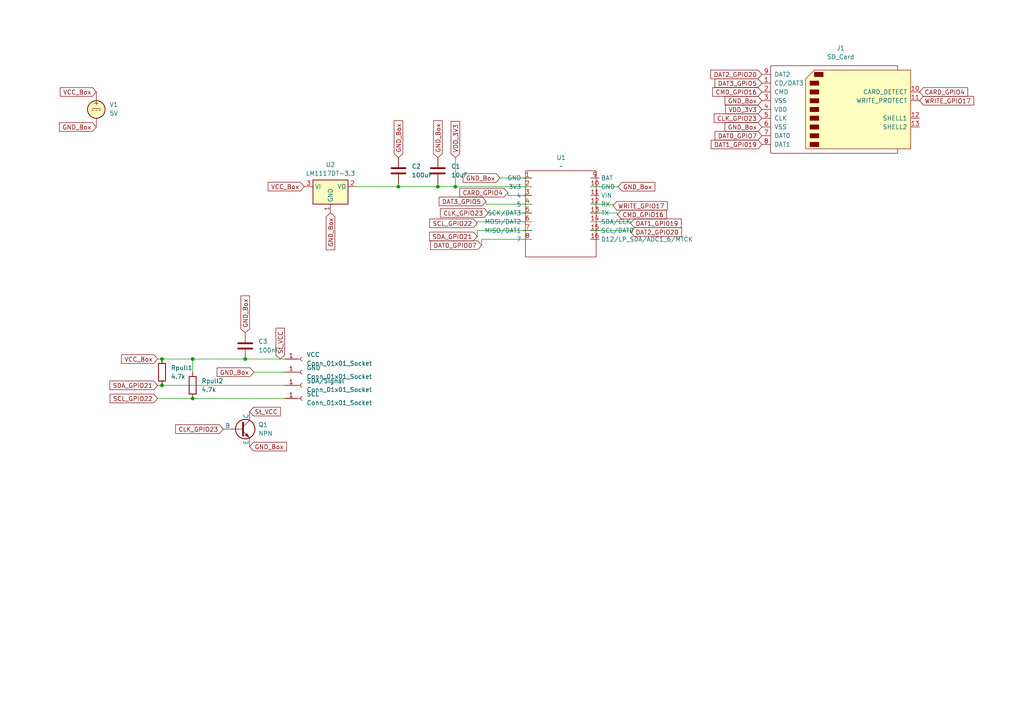
<source format=kicad_sch>
(kicad_sch (version 20231120) (generator "eeschema") (generator_version "8.0")
  (paper "A4")
  (lib_symbols
    (symbol "Connector:Conn_01x01_Socket" (pin_names (offset 1.016) hide)
      (property "Reference" "J" (at 0 2.54 0))
      (property "Value" "Conn_01x01_Socket" (at 0 -2.54 0))
      (symbol "Conn_01x01_Socket_1_1"
        (polyline (pts (xy -1.27 0) (xy -0.508 0)) (stroke (width 0.1524)))
        (arc (start 0 0.508) (mid -0.5058 0) (end 0 -0.508) (stroke (width 0.1524)))
        (pin passive line (at -5.08 0 0) (length 3.81) (name "Pin_1") (number "1"))
      )
    )
    (symbol "Connector:SD_Card" (pin_names (offset 1.016))
      (property "Reference" "J" (at -16.51 13.97 0))
      (property "Value" "SD_Card" (at 15.24 -13.97 0))
      (symbol "SD_Card_0_1"
        (rectangle (start -8.89 -9.525) (end -6.35 -10.795) (fill (type outline)))
        (rectangle (start -8.89 -6.985) (end -6.35 -8.255) (fill (type outline)))
        (rectangle (start -8.89 -4.445) (end -6.35 -5.715) (fill (type outline)))
        (rectangle (start -8.89 -1.905) (end -6.35 -3.175) (fill (type outline)))
        (rectangle (start -8.89 0.635) (end -6.35 -0.635) (fill (type outline)))
        (rectangle (start -8.89 3.175) (end -6.35 1.905) (fill (type outline)))
        (rectangle (start -8.89 5.715) (end -6.35 4.445) (fill (type outline)))
        (rectangle (start -8.89 8.255) (end -6.35 6.985) (fill (type outline)))
        (rectangle (start -7.62 10.795) (end -5.08 9.525) (fill (type outline)))
        (polyline (pts (xy -10.16 8.89) (xy -7.62 11.43) (xy 20.32 11.43) (xy 20.32 -11.43) (xy -10.16 -11.43) (xy -10.16 8.89)) (fill (type background)))
        (polyline (pts (xy 16.51 11.43) (xy 16.51 12.7) (xy -20.32 12.7) (xy -20.32 -12.7) (xy 16.51 -12.7) (xy 16.51 -11.43)))
      )
      (symbol "SD_Card_1_1"
        (pin input line (at -22.86 7.62 0) (length 2.54) (name "CD/DAT3") (number "1"))
        (pin input line (at 22.86 5.08 180) (length 2.54) (name "CARD_DETECT") (number "10"))
        (pin input line (at 22.86 2.54 180) (length 2.54) (name "WRITE_PROTECT") (number "11"))
        (pin input line (at 22.86 -2.54 180) (length 2.54) (name "SHELL1") (number "12"))
        (pin input line (at 22.86 -5.08 180) (length 2.54) (name "SHELL2") (number "13"))
        (pin input line (at -22.86 5.08 0) (length 2.54) (name "CMD") (number "2"))
        (pin power_in line (at -22.86 2.54 0) (length 2.54) (name "VSS") (number "3"))
        (pin power_in line (at -22.86 0 0) (length 2.54) (name "VDD") (number "4"))
        (pin input line (at -22.86 -2.54 0) (length 2.54) (name "CLK") (number "5"))
        (pin power_in line (at -22.86 -5.08 0) (length 2.54) (name "VSS") (number "6"))
        (pin input line (at -22.86 -7.62 0) (length 2.54) (name "DAT0") (number "7"))
        (pin input line (at -22.86 -10.16 0) (length 2.54) (name "DAT1") (number "8"))
        (pin input line (at -22.86 10.16 0) (length 2.54) (name "DAT2") (number "9"))
      )
    )
    (symbol "Device:C" (pin_numbers hide) (pin_names (offset 0.254))
      (property "Reference" "C" (at 0.635 2.54 0))
      (property "Value" "C" (at 0.635 -2.54 0))
      (symbol "C_0_1"
        (polyline (pts (xy -2.032 -0.762) (xy 2.032 -0.762)) (stroke (width 0.508)))
        (polyline (pts (xy -2.032 0.762) (xy 2.032 0.762)) (stroke (width 0.508)))
      )
      (symbol "C_1_1"
        (pin passive line (at 0 3.81 270) (length 2.794) (name "~") (number "1"))
        (pin passive line (at 0 -3.81 90) (length 2.794) (name "~") (number "2"))
      )
    )
    (symbol "Device:R" (pin_numbers hide) (pin_names (offset 0))
      (property "Reference" "R" (at 2.032 0 90))
      (property "Value" "R" (at 0 0 90))
      (symbol "R_0_1"
        (rectangle (start -1.016 -2.54) (end 1.016 2.54) (stroke (width 0.254)))
      )
      (symbol "R_1_1"
        (pin passive line (at 0 3.81 270) (length 1.27) (name "~") (number "1"))
        (pin passive line (at 0 -3.81 90) (length 1.27) (name "~") (number "2"))
      )
    )
    (symbol "ESP32_C6_KIT:ESP32_C6_Beetle"
      (property "Reference" "U" (at 1.8622 -2.0869 0))
      (symbol "ESP32_C6_Beetle_0_1"
        (rectangle (start 0 0) (end 20.5 -25))
      )
      (symbol "ESP32_C6_Beetle_1_1"
        (pin input line (at 1.8622 -2.0869 180) (length 2.54) (name "GND") (number "1"))
        (pin input line (at 18.8622 -4.6269 0) (length 2.54) (name "GND") (number "10"))
        (pin input line (at 18.8622 -7.1669 0) (length 2.54) (name "VIN") (number "11"))
        (pin input line (at 18.8622 -9.7069 0) (length 2.54) (name "RX") (number "12"))
        (pin input line (at 18.8622 -12.2469 0) (length 2.54) (name "TX") (number "13"))
        (pin input line (at 18.8622 -14.7869 0) (length 2.54) (name "SDA/CLK") (number "14"))
        (pin input line (at 18.8622 -17.3269 0) (length 2.54) (name "SCL/DAT0") (number "15"))
        (pin input line (at 18.8622 -19.8669 0) (length 2.54) (name "D12/LP_SDA/ADC1_6/MTCK") (number "16"))
        (pin input line (at 1.8622 -4.6269 180) (length 2.54) (name "3V3") (number "2"))
        (pin input line (at 1.8622 -7.1669 180) (length 2.54) (name "4") (number "3"))
        (pin input line (at 1.8622 -9.7069 180) (length 2.54) (name "5") (number "4"))
        (pin input line (at 1.8622 -12.2469 180) (length 2.54) (name "SCK/DAT3") (number "5"))
        (pin input line (at 1.8622 -14.7869 180) (length 2.54) (name "MOSI/DAT2") (number "6"))
        (pin input line (at 1.8622 -17.3269 180) (length 2.54) (name "MISO/DAT1") (number "7"))
        (pin input line (at 1.8622 -19.8669 180) (length 2.54) (name "7") (number "8"))
        (pin input line (at 18.8622 -2.0869 0) (length 2.54) (name "BAT") (number "9"))
      )
    )
    (symbol "Regulator_Linear:LM1117DT-3.3"
      (property "Reference" "U" (at -3.81 3.175 0))
      (property "Value" "LM1117DT-3.3" (at 0 3.175 0))
      (symbol "LM1117DT-3.3_0_1"
        (rectangle (start -5.08 -5.08) (end 5.08 1.905) (stroke (width 0.254)) (fill (type background)))
      )
      (symbol "LM1117DT-3.3_1_1"
        (pin power_in line (at 0 -7.62 90) (length 2.54) (name "GND") (number "1"))
        (pin power_out line (at 7.62 0 180) (length 2.54) (name "VO") (number "2"))
        (pin power_in line (at -7.62 0 0) (length 2.54) (name "VI") (number "3"))
      )
    )
    (symbol "Simulation_SPICE:NPN" (pin_numbers hide) (pin_names (offset 0))
      (property "Reference" "Q" (at -2.54 7.62 0))
      (property "Value" "NPN" (at -2.54 5.08 0))
      (symbol "NPN_0_1"
        (polyline (pts (xy -2.54 0) (xy 0.635 0)) (stroke (width 0.1524)))
        (polyline (pts (xy 0.635 0.635) (xy 2.54 2.54)))
        (polyline (pts (xy 2.794 -1.27) (xy 2.794 -1.27)) (stroke (width 0.1524)))
        (polyline (pts (xy 2.794 -1.27) (xy 2.794 -1.27)) (stroke (width 0.1524)))
        (polyline (pts (xy 0.635 -0.635) (xy 2.54 -2.54) (xy 2.54 -2.54)))
        (polyline (pts (xy 0.635 1.905) (xy 0.635 -1.905) (xy 0.635 -1.905)) (stroke (width 0.508)))
        (polyline (pts (xy 1.27 -1.778) (xy 1.778 -1.27) (xy 2.286 -2.286) (xy 1.27 -1.778) (xy 1.27 -1.778)) (fill (type outline)))
        (circle (center 1.27 0) (radius 2.8194) (stroke (width 0.254)))
      )
      (symbol "NPN_1_1"
        (pin open_collector line (at 2.54 5.08 270) (length 2.54) (name "C") (number "1"))
        (pin input line (at -5.08 0 0) (length 2.54) (name "B") (number "2"))
        (pin open_emitter line (at 2.54 -5.08 90) (length 2.54) (name "E") (number "3"))
      )
    )
    (symbol "Simulation_SPICE:VDC" (pin_numbers hide) (pin_names (offset 0.0254))
      (property "Reference" "V" (at 2.54 2.54 0))
      (property "Value" "1" (at 2.54 0 0))
      (symbol "VDC_0_0"
        (polyline (pts (xy -1.27 0.254) (xy 1.27 0.254)))
        (polyline (pts (xy -0.762 -0.254) (xy -1.27 -0.254)))
        (polyline (pts (xy 0.254 -0.254) (xy -0.254 -0.254)))
        (polyline (pts (xy 1.27 -0.254) (xy 0.762 -0.254)))
        (text "+" (at 0 1.905 0) (effects (font (size 1.27 1.27))))
      )
      (symbol "VDC_0_1"
        (circle (center 0 0) (radius 2.54) (stroke (width 0.254)) (fill (type background)))
      )
      (symbol "VDC_1_1"
        (pin passive line (at 0 5.08 270) (length 2.54) (name "~") (number "1"))
        (pin passive line (at 0 -5.08 90) (length 2.54) (name "~") (number "2"))
      )
    )
  )
  (junction (at 127 54.1569))
  (junction (at 55.88 115.57))
  (junction (at 71.12 104.14))
  (junction (at 46.99 111.76))
  (junction (at 55.88 104.14))
  (junction (at 132.08 54.1569))
  (junction (at 115.572 54.1569))
  (junction (at 46.99 104.14))
  (wire (pts (xy 171.2622 64.3169) (xy 182.88 64.3169)))
  (wire (pts (xy 154.2622 59.2369) (xy 140.97 59.2369)))
  (wire (pts (xy 132.08 45.72) (xy 132.08 54.1569)))
  (wire (pts (xy 182.88 66.8569) (xy 182.88 67.31)))
  (wire (pts (xy 115.57 53.34) (xy 115.572 53.34)))
  (wire (pts (xy 109.5182 54.1569) (xy 115.572 54.1569)))
  (wire (pts (xy 127 53.34) (xy 127 54.1569)))
  (wire (pts (xy 182.88 64.3169) (xy 182.88 64.77)))
  (wire (pts (xy 171.2622 61.7769) (xy 179.07 61.7769)))
  (wire (pts (xy 115.572 54.1569) (xy 127 54.1569)))
  (wire (pts (xy 147.32 56.6969) (xy 147.32 55.88)))
  (wire (pts (xy 45.72 111.76) (xy 46.99 111.76)))
  (wire (pts (xy 141.6036 61.7769) (xy 141.6036 61.7776)))
  (wire (pts (xy 140.97 59.2369) (xy 140.97 58.42)))
  (wire (pts (xy 171.2622 54.1478) (xy 171.2622 54.1569)))
  (wire (pts (xy 132.08 54.1569) (xy 154.2622 54.1569)))
  (wire (pts (xy 55.88 104.14) (xy 71.12 104.14)))
  (wire (pts (xy 71.12 104.14) (xy 82.55 104.14)))
  (wire (pts (xy 45.72 115.57) (xy 55.88 115.57)))
  (wire (pts (xy 138.43 66.8569) (xy 138.43 68.58)))
  (wire (pts (xy 55.88 107.95) (xy 55.88 104.14)))
  (wire (pts (xy 103.481 54.1275) (xy 103.481 54.1157)))
  (wire (pts (xy 46.99 104.14) (xy 55.88 104.14)))
  (wire (pts (xy 139.7 69.3969) (xy 139.7 71.12)))
  (wire (pts (xy 154.2622 64.3169) (xy 138.43 64.3169)))
  (wire (pts (xy 154.2622 56.6969) (xy 147.32 56.6969)))
  (wire (pts (xy 179.2467 54.1478) (xy 171.2622 54.1478)))
  (wire (pts (xy 138.43 64.3169) (xy 138.43 64.77)))
  (wire (pts (xy 171.2622 66.8569) (xy 182.88 66.8569)))
  (wire (pts (xy 179.07 61.7769) (xy 179.07 62.23)))
  (wire (pts (xy 177.8 59.2369) (xy 177.8 59.69)))
  (wire (pts (xy 154.2622 69.3969) (xy 139.7 69.3969)))
  (wire (pts (xy 154.2622 51.6169) (xy 145.0137 51.6169)))
  (wire (pts (xy 55.88 115.57) (xy 82.55 115.57)))
  (wire (pts (xy 109.5182 54.1275) (xy 109.5182 54.1569)))
  (wire (pts (xy 127 54.1569) (xy 132.08 54.1569)))
  (wire (pts (xy 73.66 107.95) (xy 82.55 107.95)))
  (wire (pts (xy 154.2622 61.7769) (xy 141.6036 61.7769)))
  (wire (pts (xy 115.572 53.34) (xy 115.572 54.1569)))
  (wire (pts (xy 46.99 111.76) (xy 82.55 111.76)))
  (wire (pts (xy 171.2622 59.2369) (xy 177.8 59.2369)))
  (wire (pts (xy 154.2622 66.8569) (xy 138.43 66.8569)))
  (wire (pts (xy 45.72 104.14) (xy 46.99 104.14)))
  (wire (pts (xy 103.481 54.1275) (xy 109.5182 54.1275)))
  (global_label "DAT2_GPIO20" (shape input) (at 182.88 67.31 0) (property "Intersheetrefs" "${INTERSHEET_REFS}" (effects (hide yes))))
  (global_label "GND_Box" (shape input) (at 115.57 45.72 90) (property "Intersheetrefs" "${INTERSHEET_REFS}" (effects (hide yes))))
  (global_label "GND_Box" (shape input) (at 73.66 107.95 180) (property "Intersheetrefs" "${INTERSHEET_REFS}" (effects (hide yes))))
  (global_label "VCC_Box" (shape input) (at 27.94 26.67 180) (property "Intersheetrefs" "${INTERSHEET_REFS}" (effects (hide yes))))
  (global_label "GND_Box" (shape input) (at 220.98 36.83 180) (property "Intersheetrefs" "${INTERSHEET_REFS}" (effects (hide yes))))
  (global_label "DAT3_GPIO5" (shape input) (at 220.98 24.13 180) (property "Intersheetrefs" "${INTERSHEET_REFS}" (effects (hide yes))))
  (global_label "DAT3_GPIO5" (shape input) (at 140.97 58.42 180) (property "Intersheetrefs" "${INTERSHEET_REFS}" (effects (hide yes))))
  (global_label "SDA_GPIO21" (shape input) (at 138.43 68.58 180) (property "Intersheetrefs" "${INTERSHEET_REFS}" (effects (hide yes))))
  (global_label "WRITE_GPIO17" (shape input) (at 177.8 59.69 0) (property "Intersheetrefs" "${INTERSHEET_REFS}" (effects (hide yes))))
  (global_label "DAT2_GPIO20" (shape input) (at 220.98 21.59 180) (property "Intersheetrefs" "${INTERSHEET_REFS}" (effects (hide yes))))
  (global_label "SCL_GPIO22" (shape input) (at 138.43 64.77 180) (property "Intersheetrefs" "${INTERSHEET_REFS}" (effects (hide yes))))
  (global_label "CARD_GPIO4" (shape input) (at 266.7 26.67 0) (property "Intersheetrefs" "${INTERSHEET_REFS}" (effects (hide yes))))
  (global_label "GND_Box" (shape input) (at 179.2467 54.1478 0) (property "Intersheetrefs" "${INTERSHEET_REFS}" (effects (hide yes))))
  (global_label "GND_Box" (shape input) (at 71.12 96.52 90) (property "Intersheetrefs" "${INTERSHEET_REFS}" (effects (hide yes))))
  (global_label "VCC_Box" (shape input) (at 88.241 54.1157 180) (property "Intersheetrefs" "${INTERSHEET_REFS}" (effects (hide yes))))
  (global_label "GND_Box" (shape input) (at 27.94 36.83 180) (property "Intersheetrefs" "${INTERSHEET_REFS}" (effects (hide yes))))
  (global_label "DAT1_GPI019" (shape input) (at 220.98 41.91 180) (property "Intersheetrefs" "${INTERSHEET_REFS}" (effects (hide yes))))
  (global_label "GND_Box" (shape input) (at 220.98 29.21 180) (property "Intersheetrefs" "${INTERSHEET_REFS}" (effects (hide yes))))
  (global_label "DAT0_GPIO07" (shape input) (at 139.7 71.12 180) (property "Intersheetrefs" "${INTERSHEET_REFS}" (effects (hide yes))))
  (global_label "St_VCC" (shape input) (at 81.28 104.14 90) (property "Intersheetrefs" "${INTERSHEET_REFS}" (effects (hide yes))))
  (global_label "GND_Box" (shape input) (at 127 45.72 90) (property "Intersheetrefs" "${INTERSHEET_REFS}" (effects (hide yes))))
  (global_label "SCL_GPIO22" (shape input) (at 45.72 115.57 180) (property "Intersheetrefs" "${INTERSHEET_REFS}" (effects (hide yes))))
  (global_label "VDD_3V3" (shape input) (at 132.08 45.72 90) (property "Intersheetrefs" "${INTERSHEET_REFS}" (effects (hide yes))))
  (global_label "WRITE_GPIO17" (shape input) (at 266.7 29.21 0) (property "Intersheetrefs" "${INTERSHEET_REFS}" (effects (hide yes))))
  (global_label "DAT1_GPI019" (shape input) (at 182.88 64.77 0) (property "Intersheetrefs" "${INTERSHEET_REFS}" (effects (hide yes))))
  (global_label "GND_Box" (shape input) (at 145.0137 51.6169 180) (property "Intersheetrefs" "${INTERSHEET_REFS}" (effects (hide yes))))
  (global_label "SDA_GPIO21" (shape input) (at 45.72 111.76 180) (property "Intersheetrefs" "${INTERSHEET_REFS}" (effects (hide yes))))
  (global_label "GND_Box" (shape input) (at 72.39 129.54 0) (property "Intersheetrefs" "${INTERSHEET_REFS}" (effects (hide yes))))
  (global_label "CLK_GPIO23" (shape input) (at 220.98 34.29 180) (property "Intersheetrefs" "${INTERSHEET_REFS}" (effects (hide yes))))
  (global_label "VCC_Box" (shape input) (at 45.72 104.14 180) (property "Intersheetrefs" "${INTERSHEET_REFS}" (effects (hide yes))))
  (global_label "St_VCC" (shape input) (at 72.39 119.38 0) (property "Intersheetrefs" "${INTERSHEET_REFS}" (effects (hide yes))))
  (global_label "GND_Box" (shape input) (at 95.861 61.7357 270) (property "Intersheetrefs" "${INTERSHEET_REFS}" (effects (hide yes))))
  (global_label "CMD_GPIO16" (shape input) (at 220.98 26.67 180) (property "Intersheetrefs" "${INTERSHEET_REFS}" (effects (hide yes))))
  (global_label "CLK_GPIO23" (shape input) (at 141.6036 61.7776 180) (property "Intersheetrefs" "${INTERSHEET_REFS}" (effects (hide yes))))
  (global_label "CARD_GPIO4" (shape input) (at 147.32 55.88 180) (property "Intersheetrefs" "${INTERSHEET_REFS}" (effects (hide yes))))
  (global_label "DAT0_GPIO7" (shape input) (at 220.98 39.37 180) (property "Intersheetrefs" "${INTERSHEET_REFS}" (effects (hide yes))))
  (global_label "CMD_GPIO16" (shape input) (at 179.07 62.23 0) (property "Intersheetrefs" "${INTERSHEET_REFS}" (effects (hide yes))))
  (global_label "CLK_GPIO23" (shape input) (at 64.77 124.46 180) (property "Intersheetrefs" "${INTERSHEET_REFS}" (effects (hide yes))))
  (global_label "VDD_3V3" (shape input) (at 220.98 31.75 180) (property "Intersheetrefs" "${INTERSHEET_REFS}" (effects (hide yes))))
  (symbol (lib_id "Device:R") (at 46.99 107.95 0) (unit 1)
    (property "Reference" "Rpull1" (at 49.53 106.6799 0) (effects (justify left)))
    (property "Value" "4.7k" (at 49.53 109.2199 0) (effects (justify left)))
    (property "Footprint" "Resistor_SMD:R_0402_1005Metric" (effects (hide yes)))
    (property "Description" "Resistor" (effects (hide yes)))
  )
  (symbol (lib_id "Connector:Conn_01x01_Socket") (at 87.63 104.14 0) (unit 1)
    (property "Reference" "VCC" (at 88.9 102.8699 0) (effects (justify left)))
    (property "Value" "Conn_01x01_Socket" (at 88.9 105.4099 0) (effects (justify left)))
    (property "Footprint" "Connector_PinHeader_2.00mm:PinHeader_1x01_P2.00mm_Vertical" (effects (hide yes)))
    (property "Description" "Generic connector, single row, 01x01, script generated" (effects (hide yes)))
  )
  (symbol (lib_id "Simulation_SPICE:VDC") (at 27.94 31.75 0) (unit 1)
    (property "Reference" "V1" (at 31.75 30.3501 0) (effects (justify left)))
    (property "Value" "5V" (at 31.75 32.8901 0) (effects (justify left)))
    (property "Datasheet" "https://ngspice.sourceforge.io/docs/ngspice-html-manual/manual.xhtml#sec_Independent_Sources_for" (effects (hide yes)))
    (property "Description" "Voltage source, DC" (effects (hide yes)))
    (property "Sim.Pins" "1=+ 2=-" (effects (hide yes)))
    (property "Sim.Type" "DC" (effects (hide yes)))
    (property "Sim.Device" "V" (effects (hide yes)))
  )
  (symbol (lib_id "Simulation_SPICE:NPN") (at 69.85 124.46 0) (unit 1)
    (property "Reference" "Q1" (at 74.93 123.1899 0) (effects (justify left)))
    (property "Value" "NPN" (at 74.93 125.7299 0) (effects (justify left)))
    (property "Datasheet" "https://ngspice.sourceforge.io/docs/ngspice-html-manual/manual.xhtml#cha_BJTs" (effects (hide yes)))
    (property "Description" "Bipolar transistor symbol for simulation only, substrate tied to the emitter" (effects (hide yes)))
    (property "Sim.Device" "NPN" (effects (hide yes)))
    (property "Sim.Type" "GUMMELPOON" (effects (hide yes)))
    (property "Sim.Pins" "1=C 2=B 3=E" (effects (hide yes)))
  )
  (symbol (lib_id "Device:C") (at 71.12 100.33 180) (unit 1)
    (property "Reference" "C3" (at 74.93 99.0599 0) (effects (justify right)))
    (property "Value" "100nF" (at 74.93 101.5999 0) (effects (justify right)))
    (property "Footprint" "Capacitor_SMD:C_0402_1005Metric_Pad0.74x0.62mm_HandSolder" (effects (hide yes)))
    (property "Description" "Unpolarized capacitor" (effects (hide yes)))
  )
  (symbol (lib_id "ESP32_C6_KIT:ESP32_C6_Beetle") (at 152.4 49.53 0) (unit 1)
    (property "Reference" "U1" (at 162.7622 45.72 0))
    (property "Value" "~" (at 162.7622 48.26 0))
    (property "Footprint" "ESP32_C6:ESP32_C6_BEETLE" (effects (hide yes)))
  )
  (symbol (lib_id "Device:R") (at 55.88 111.76 0) (unit 1)
    (property "Reference" "Rpull2" (at 58.42 110.4899 0) (effects (justify left)))
    (property "Value" "4.7k" (at 58.42 113.0299 0) (effects (justify left)))
    (property "Footprint" "Resistor_SMD:R_0402_1005Metric" (effects (hide yes)))
    (property "Description" "Resistor" (effects (hide yes)))
  )
  (symbol (lib_id "Device:C") (at 127 49.53 180) (unit 1)
    (property "Reference" "C1" (at 130.81 48.2599 0) (effects (justify right)))
    (property "Value" "10uF" (at 130.81 50.7999 0) (effects (justify right)))
    (property "Footprint" "Capacitor_SMD:C_0402_1005Metric_Pad0.74x0.62mm_HandSolder" (effects (hide yes)))
    (property "Description" "Unpolarized capacitor" (effects (hide yes)))
  )
  (symbol (lib_id "Connector:Conn_01x01_Socket") (at 87.63 111.76 0) (unit 1)
    (property "Reference" "SDA/Signal" (at 88.9 110.4899 0) (effects (justify left)))
    (property "Value" "Conn_01x01_Socket" (at 88.9 113.0299 0) (effects (justify left)))
    (property "Footprint" "Connector_PinHeader_2.00mm:PinHeader_1x01_P2.00mm_Vertical" (effects (hide yes)))
    (property "Description" "Generic connector, single row, 01x01, script generated" (effects (hide yes)))
  )
  (symbol (lib_id "Device:C") (at 115.57 49.53 180) (unit 1)
    (property "Reference" "C2" (at 119.38 48.2599 0) (effects (justify right)))
    (property "Value" "100uF" (at 119.38 50.7999 0) (effects (justify right)))
    (property "Footprint" "Capacitor_SMD:C_0402_1005Metric_Pad0.74x0.62mm_HandSolder" (effects (hide yes)))
    (property "Description" "Unpolarized capacitor" (effects (hide yes)))
  )
  (symbol (lib_id "Regulator_Linear:LM1117DT-3.3") (at 95.861 54.1157 0) (unit 1)
    (property "Reference" "U2" (at 95.861 47.7657 0))
    (property "Value" "LM1117DT-3.3" (at 95.861 50.3057 0))
    (property "Footprint" "Package_TO_SOT_SMD:TO-252-3_TabPin2" (effects (hide yes)))
    (property "Datasheet" "http://www.ti.com/lit/ds/symlink/lm1117.pdf" (effects (hide yes)))
    (property "Description" "800mA Low-Dropout Linear Regulator, 3.3V fixed output, TO-252" (effects (hide yes)))
  )
  (symbol (lib_id "Connector:Conn_01x01_Socket") (at 87.63 115.57 0) (unit 1)
    (property "Reference" "SCL" (at 88.9 114.2999 0) (effects (justify left)))
    (property "Value" "Conn_01x01_Socket" (at 88.9 116.8399 0) (effects (justify left)))
    (property "Footprint" "Connector_PinHeader_2.00mm:PinHeader_1x01_P2.00mm_Vertical" (effects (hide yes)))
    (property "Description" "Generic connector, single row, 01x01, script generated" (effects (hide yes)))
  )
  (symbol (lib_id "Connector:SD_Card") (at 243.84 31.75 0) (unit 1)
    (property "Reference" "J1" (at 243.84 13.97 0))
    (property "Value" "SD_Card" (at 243.84 16.51 0))
    (property "Datasheet" "http://portal.fciconnect.com/Comergent//fci/drawing/10067847.pdf" (effects (hide yes)))
    (property "Description" "SD Card Reader" (effects (hide yes)))
  )
  (symbol (lib_id "Connector:Conn_01x01_Socket") (at 87.63 107.95 0) (unit 1)
    (property "Reference" "GND" (at 88.9 106.6799 0) (effects (justify left)))
    (property "Value" "Conn_01x01_Socket" (at 88.9 109.2199 0) (effects (justify left)))
    (property "Footprint" "Connector_PinHeader_2.00mm:PinHeader_1x01_P2.00mm_Vertical" (effects (hide yes)))
    (property "Description" "Generic connector, single row, 01x01, script generated" (effects (hide yes)))
  )
)
</source>
